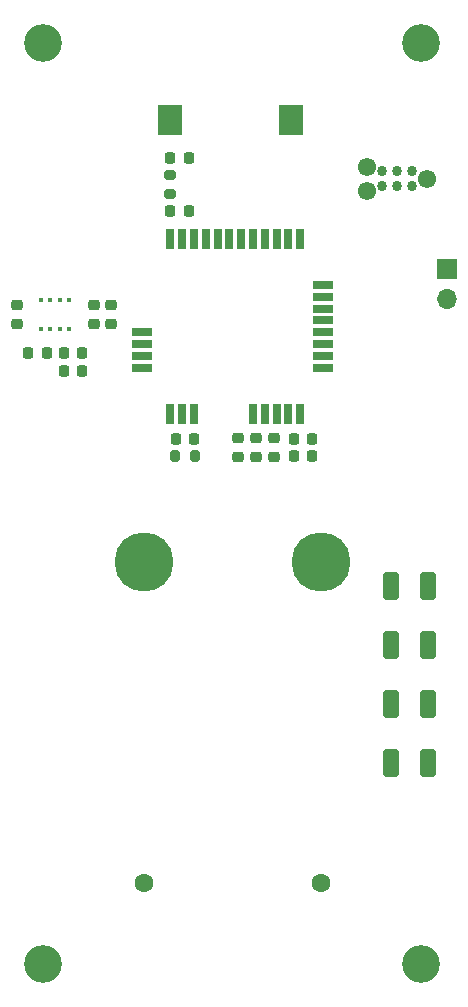
<source format=gbr>
%TF.GenerationSoftware,KiCad,Pcbnew,7.0.6*%
%TF.CreationDate,2023-11-18T03:16:50+01:00*%
%TF.ProjectId,LoRa_Sensor,4c6f5261-5f53-4656-9e73-6f722e6b6963,rev?*%
%TF.SameCoordinates,Original*%
%TF.FileFunction,Soldermask,Top*%
%TF.FilePolarity,Negative*%
%FSLAX46Y46*%
G04 Gerber Fmt 4.6, Leading zero omitted, Abs format (unit mm)*
G04 Created by KiCad (PCBNEW 7.0.6) date 2023-11-18 03:16:50*
%MOMM*%
%LPD*%
G01*
G04 APERTURE LIST*
G04 Aperture macros list*
%AMRoundRect*
0 Rectangle with rounded corners*
0 $1 Rounding radius*
0 $2 $3 $4 $5 $6 $7 $8 $9 X,Y pos of 4 corners*
0 Add a 4 corners polygon primitive as box body*
4,1,4,$2,$3,$4,$5,$6,$7,$8,$9,$2,$3,0*
0 Add four circle primitives for the rounded corners*
1,1,$1+$1,$2,$3*
1,1,$1+$1,$4,$5*
1,1,$1+$1,$6,$7*
1,1,$1+$1,$8,$9*
0 Add four rect primitives between the rounded corners*
20,1,$1+$1,$2,$3,$4,$5,0*
20,1,$1+$1,$4,$5,$6,$7,0*
20,1,$1+$1,$6,$7,$8,$9,0*
20,1,$1+$1,$8,$9,$2,$3,0*%
G04 Aperture macros list end*
%ADD10C,3.200000*%
%ADD11RoundRect,0.250000X0.412500X0.925000X-0.412500X0.925000X-0.412500X-0.925000X0.412500X-0.925000X0*%
%ADD12RoundRect,0.225000X-0.250000X0.225000X-0.250000X-0.225000X0.250000X-0.225000X0.250000X0.225000X0*%
%ADD13RoundRect,0.218750X-0.218750X-0.256250X0.218750X-0.256250X0.218750X0.256250X-0.218750X0.256250X0*%
%ADD14RoundRect,0.225000X0.250000X-0.225000X0.250000X0.225000X-0.250000X0.225000X-0.250000X-0.225000X0*%
%ADD15RoundRect,0.225000X-0.225000X-0.250000X0.225000X-0.250000X0.225000X0.250000X-0.225000X0.250000X0*%
%ADD16R,2.000000X2.500000*%
%ADD17RoundRect,0.225000X0.225000X0.250000X-0.225000X0.250000X-0.225000X-0.250000X0.225000X-0.250000X0*%
%ADD18C,0.863000*%
%ADD19C,1.550000*%
%ADD20R,1.700000X1.700000*%
%ADD21O,1.700000X1.700000*%
%ADD22RoundRect,0.200000X0.275000X-0.200000X0.275000X0.200000X-0.275000X0.200000X-0.275000X-0.200000X0*%
%ADD23R,0.400000X0.400000*%
%ADD24RoundRect,0.200000X0.200000X0.275000X-0.200000X0.275000X-0.200000X-0.275000X0.200000X-0.275000X0*%
%ADD25R,0.700000X1.800000*%
%ADD26R,1.800000X0.700000*%
%ADD27C,1.600000*%
%ADD28C,5.000000*%
G04 APERTURE END LIST*
D10*
%TO.C,H2*%
X126000000Y-46000000D03*
%TD*%
D11*
%TO.C,C7*%
X126537500Y-92000000D03*
X123462500Y-92000000D03*
%TD*%
%TO.C,C6*%
X126537500Y-97000000D03*
X123462500Y-97000000D03*
%TD*%
D12*
%TO.C,R4*%
X110500000Y-79475000D03*
X110500000Y-81025000D03*
%TD*%
D13*
%TO.C,D1*%
X105212500Y-79500000D03*
X106787500Y-79500000D03*
%TD*%
D14*
%TO.C,R8*%
X91750000Y-69775000D03*
X91750000Y-68225000D03*
%TD*%
D15*
%TO.C,C10*%
X104750000Y-60250000D03*
X106300000Y-60250000D03*
%TD*%
D16*
%TO.C,ANT1*%
X104750000Y-52550000D03*
X114950000Y-52550000D03*
%TD*%
D17*
%TO.C,C2*%
X116775000Y-79500000D03*
X115225000Y-79500000D03*
%TD*%
D14*
%TO.C,R1*%
X113500000Y-81025000D03*
X113500000Y-79475000D03*
%TD*%
D18*
%TO.C,J2*%
X125250000Y-56881000D03*
X125250000Y-58151000D03*
X123980000Y-56881000D03*
X123980000Y-58151000D03*
X122710000Y-56881000D03*
X122710000Y-58151000D03*
D19*
X126520000Y-57516000D03*
X121440000Y-56500000D03*
X121440000Y-58532000D03*
%TD*%
D20*
%TO.C,J1*%
X128200000Y-65125000D03*
D21*
X128200000Y-67665000D03*
%TD*%
D22*
%TO.C,R2*%
X104750000Y-58825000D03*
X104750000Y-57175000D03*
%TD*%
D15*
%TO.C,C11*%
X104750000Y-55750000D03*
X106300000Y-55750000D03*
%TD*%
D10*
%TO.C,H1*%
X94000000Y-46000000D03*
%TD*%
D14*
%TO.C,R6*%
X98250000Y-69775000D03*
X98250000Y-68225000D03*
%TD*%
D23*
%TO.C,IC1*%
X93800000Y-67800000D03*
X94600000Y-67800000D03*
X95400000Y-67800000D03*
X96200000Y-67800000D03*
X96200000Y-70200000D03*
X95400000Y-70200000D03*
X94600000Y-70200000D03*
X93800000Y-70200000D03*
%TD*%
D15*
%TO.C,R3*%
X95725000Y-73750000D03*
X97275000Y-73750000D03*
%TD*%
D11*
%TO.C,C4*%
X126537500Y-107000000D03*
X123462500Y-107000000D03*
%TD*%
D14*
%TO.C,R7*%
X99750000Y-69775000D03*
X99750000Y-68225000D03*
%TD*%
D17*
%TO.C,C1*%
X116775000Y-81000000D03*
X115225000Y-81000000D03*
%TD*%
D10*
%TO.C,H3*%
X94000000Y-124000000D03*
%TD*%
%TO.C,H4*%
X126000000Y-124000000D03*
%TD*%
D15*
%TO.C,C9*%
X95725000Y-72250000D03*
X97275000Y-72250000D03*
%TD*%
D24*
%TO.C,R5*%
X106825000Y-81000000D03*
X105175000Y-81000000D03*
%TD*%
D25*
%TO.C,U1*%
X115750000Y-62600000D03*
X114750000Y-62600000D03*
X113750000Y-62600000D03*
X112750000Y-62600000D03*
X111750000Y-62600000D03*
X110750000Y-62600000D03*
X109750000Y-62600000D03*
X108750000Y-62600000D03*
X107750000Y-62600000D03*
X106750000Y-62600000D03*
X105750000Y-62600000D03*
X104750000Y-62600000D03*
D26*
X102350000Y-70500000D03*
X102350000Y-71500000D03*
X102350000Y-72500000D03*
X102350000Y-73500000D03*
D25*
X104750000Y-77400000D03*
X105750000Y-77400000D03*
X106750000Y-77400000D03*
X111750000Y-77400000D03*
X112750000Y-77400000D03*
X113750000Y-77400000D03*
X114750000Y-77400000D03*
X115750000Y-77400000D03*
D26*
X117650000Y-73500000D03*
X117650000Y-72500000D03*
X117650000Y-71500000D03*
X117650000Y-70500000D03*
X117650000Y-69500000D03*
X117650000Y-68500000D03*
X117650000Y-67500000D03*
X117650000Y-66500000D03*
%TD*%
D12*
%TO.C,C3*%
X112000000Y-79475000D03*
X112000000Y-81025000D03*
%TD*%
D15*
%TO.C,C8*%
X92725000Y-72250000D03*
X94275000Y-72250000D03*
%TD*%
D11*
%TO.C,C5*%
X126537500Y-102000000D03*
X123462500Y-102000000D03*
%TD*%
D27*
%TO.C,U2*%
X117495000Y-117100000D03*
X102505000Y-117100000D03*
D28*
X102505000Y-89920000D03*
X117495000Y-89920000D03*
%TD*%
M02*

</source>
